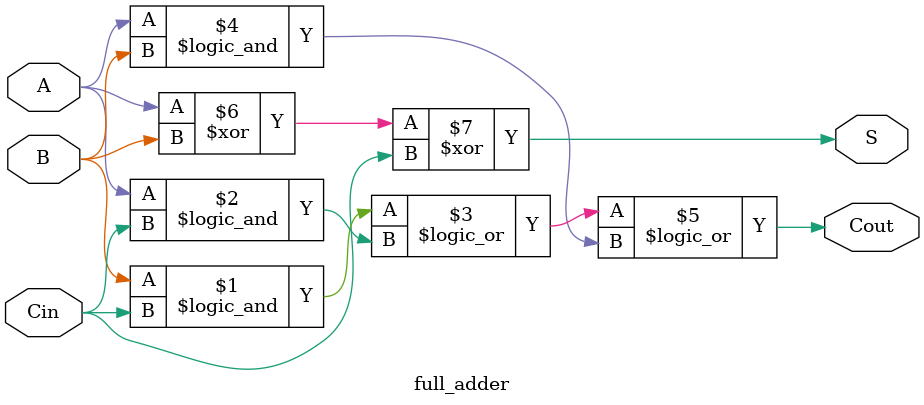
<source format=v>
`timescale 1ns / 1ps

module full_adder(
    input A,
    input B,
    input Cin,
    output S,
    output Cout
    );

assign Cout = (B && Cin) || (A && Cin) || (A && B); 
assign S = A ^ B ^ Cin;
      
endmodule

</source>
